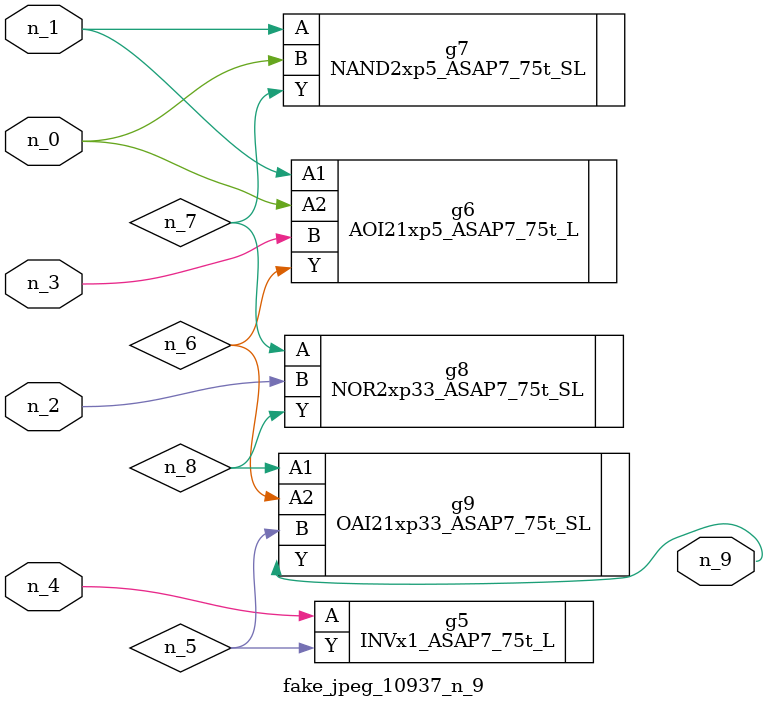
<source format=v>
module fake_jpeg_10937_n_9 (n_3, n_2, n_1, n_0, n_4, n_9);

input n_3;
input n_2;
input n_1;
input n_0;
input n_4;

output n_9;

wire n_8;
wire n_6;
wire n_5;
wire n_7;

INVx1_ASAP7_75t_L g5 ( 
.A(n_4),
.Y(n_5)
);

AOI21xp5_ASAP7_75t_L g6 ( 
.A1(n_1),
.A2(n_0),
.B(n_3),
.Y(n_6)
);

NAND2xp5_ASAP7_75t_SL g7 ( 
.A(n_1),
.B(n_0),
.Y(n_7)
);

NOR2xp33_ASAP7_75t_SL g8 ( 
.A(n_7),
.B(n_2),
.Y(n_8)
);

OAI21xp33_ASAP7_75t_SL g9 ( 
.A1(n_8),
.A2(n_6),
.B(n_5),
.Y(n_9)
);


endmodule
</source>
